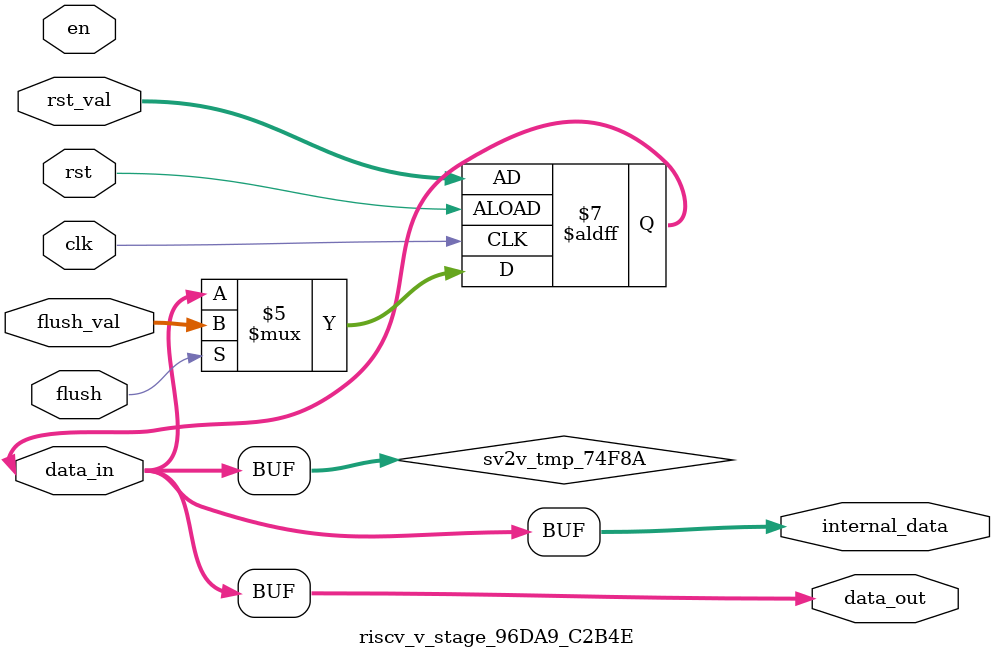
<source format=v>
module riscv_v_stage_96DA9_C2B4E (
	clk,
	rst,
	en,
	flush,
	rst_val,
	flush_val,
	data_in,
	data_out,
	internal_data
);
	parameter signed [31:0] DATA_T_riscv_v_pkg_RISCV_V_RF_ADDR_WIDTH = 0;
	parameter signed [31:0] NUM_STAGES = 1;
	input wire clk;
	input wire rst;
	input wire en;
	input wire flush;
	input wire [DATA_T_riscv_v_pkg_RISCV_V_RF_ADDR_WIDTH - 1:0] rst_val;
	input wire [DATA_T_riscv_v_pkg_RISCV_V_RF_ADDR_WIDTH - 1:0] flush_val;
	input wire [DATA_T_riscv_v_pkg_RISCV_V_RF_ADDR_WIDTH - 1:0] data_in;
	output wire [DATA_T_riscv_v_pkg_RISCV_V_RF_ADDR_WIDTH - 1:0] data_out;
	output reg [(NUM_STAGES >= 0 ? ((NUM_STAGES + 1) * DATA_T_riscv_v_pkg_RISCV_V_RF_ADDR_WIDTH) - 1 : ((1 - NUM_STAGES) * DATA_T_riscv_v_pkg_RISCV_V_RF_ADDR_WIDTH) + ((NUM_STAGES * DATA_T_riscv_v_pkg_RISCV_V_RF_ADDR_WIDTH) - 1)):(NUM_STAGES >= 0 ? 0 : NUM_STAGES * DATA_T_riscv_v_pkg_RISCV_V_RF_ADDR_WIDTH)] internal_data;
	wire [DATA_T_riscv_v_pkg_RISCV_V_RF_ADDR_WIDTH * 1:1] sv2v_tmp_74F8A;
	assign sv2v_tmp_74F8A = data_in;
	always @(*) internal_data[(NUM_STAGES >= 0 ? 0 : NUM_STAGES) * DATA_T_riscv_v_pkg_RISCV_V_RF_ADDR_WIDTH+:DATA_T_riscv_v_pkg_RISCV_V_RF_ADDR_WIDTH] = sv2v_tmp_74F8A;
	genvar _gv_idx_1;
	generate
		for (_gv_idx_1 = 1; _gv_idx_1 <= NUM_STAGES; _gv_idx_1 = _gv_idx_1 + 1) begin : gen_stage_data
			localparam idx = _gv_idx_1;
			always @(posedge clk or posedge rst)
				if (rst)
					internal_data[(NUM_STAGES >= 0 ? idx : NUM_STAGES - idx) * DATA_T_riscv_v_pkg_RISCV_V_RF_ADDR_WIDTH+:DATA_T_riscv_v_pkg_RISCV_V_RF_ADDR_WIDTH] <= rst_val;
				else if (flush)
					internal_data[(NUM_STAGES >= 0 ? idx : NUM_STAGES - idx) * DATA_T_riscv_v_pkg_RISCV_V_RF_ADDR_WIDTH+:DATA_T_riscv_v_pkg_RISCV_V_RF_ADDR_WIDTH] <= flush_val;
				else if (en)
					internal_data[(NUM_STAGES >= 0 ? idx : NUM_STAGES - idx) * DATA_T_riscv_v_pkg_RISCV_V_RF_ADDR_WIDTH+:DATA_T_riscv_v_pkg_RISCV_V_RF_ADDR_WIDTH] <= internal_data[(NUM_STAGES >= 0 ? idx - 1 : NUM_STAGES - (idx - 1)) * DATA_T_riscv_v_pkg_RISCV_V_RF_ADDR_WIDTH+:DATA_T_riscv_v_pkg_RISCV_V_RF_ADDR_WIDTH];
		end
	endgenerate
	assign data_out = internal_data[(NUM_STAGES >= 0 ? NUM_STAGES : NUM_STAGES - NUM_STAGES) * DATA_T_riscv_v_pkg_RISCV_V_RF_ADDR_WIDTH+:DATA_T_riscv_v_pkg_RISCV_V_RF_ADDR_WIDTH];
endmodule

</source>
